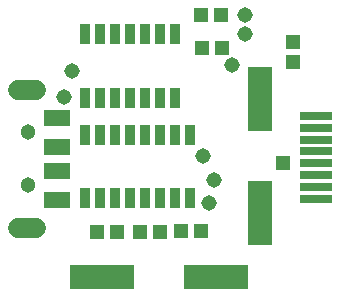
<source format=gbs>
G75*
%MOIN*%
%OFA0B0*%
%FSLAX24Y24*%
%IPPOS*%
%LPD*%
%AMOC8*
5,1,8,0,0,1.08239X$1,22.5*
%
%ADD10R,0.2180X0.0840*%
%ADD11R,0.0513X0.0474*%
%ADD12R,0.0867X0.0552*%
%ADD13C,0.0513*%
%ADD14C,0.0395*%
%ADD15C,0.0671*%
%ADD16R,0.0330X0.0680*%
%ADD17R,0.0320X0.0680*%
%ADD18R,0.0840X0.2180*%
%ADD19R,0.1064X0.0316*%
%ADD20C,0.0516*%
%ADD21R,0.0516X0.0516*%
D10*
X009564Y002211D03*
X013364Y002211D03*
D11*
X012894Y003750D03*
X012225Y003750D03*
X011515Y003737D03*
X010846Y003737D03*
X010073Y003733D03*
X009404Y003733D03*
X015938Y009372D03*
X015938Y010042D03*
X013574Y009840D03*
X012905Y009840D03*
X012865Y010950D03*
X013534Y010950D03*
D12*
X008093Y007537D03*
X008093Y006564D03*
X008093Y005755D03*
X008093Y004781D03*
D13*
X007109Y005273D03*
X007109Y007045D03*
D14*
X006766Y003856D03*
X006923Y003856D03*
X007238Y003856D03*
X007396Y003856D03*
X007396Y008462D03*
X007238Y008462D03*
X006923Y008462D03*
X006766Y008462D03*
D15*
X006786Y008462D02*
X007376Y008462D01*
X007376Y003856D02*
X006786Y003856D01*
D16*
X009019Y004849D03*
X009519Y004849D03*
X010019Y004849D03*
X010519Y004849D03*
X011019Y004849D03*
X011519Y004849D03*
X012019Y004849D03*
X012519Y004849D03*
X012519Y006971D03*
X012019Y006971D03*
X011519Y006971D03*
X011019Y006971D03*
X010519Y006971D03*
X010019Y006971D03*
X009519Y006971D03*
X009019Y006971D03*
D17*
X009019Y008180D03*
X009519Y008180D03*
X010019Y008180D03*
X010519Y008180D03*
X011019Y008180D03*
X011519Y008180D03*
X012019Y008180D03*
X012019Y010330D03*
X011519Y010330D03*
X011019Y010330D03*
X010519Y010330D03*
X010019Y010330D03*
X009519Y010330D03*
X009019Y010330D03*
D18*
X014849Y008150D03*
X014849Y004350D03*
D19*
X016719Y004832D03*
X016719Y005226D03*
X016719Y005619D03*
X016719Y006013D03*
X016719Y006407D03*
X016719Y006801D03*
X016719Y007194D03*
X016719Y007588D03*
D20*
X013899Y009280D03*
X014339Y010320D03*
X014349Y010960D03*
X008589Y009090D03*
X008309Y008219D03*
X012933Y006259D03*
X013326Y005440D03*
X013153Y004684D03*
D21*
X015599Y006020D03*
M02*

</source>
